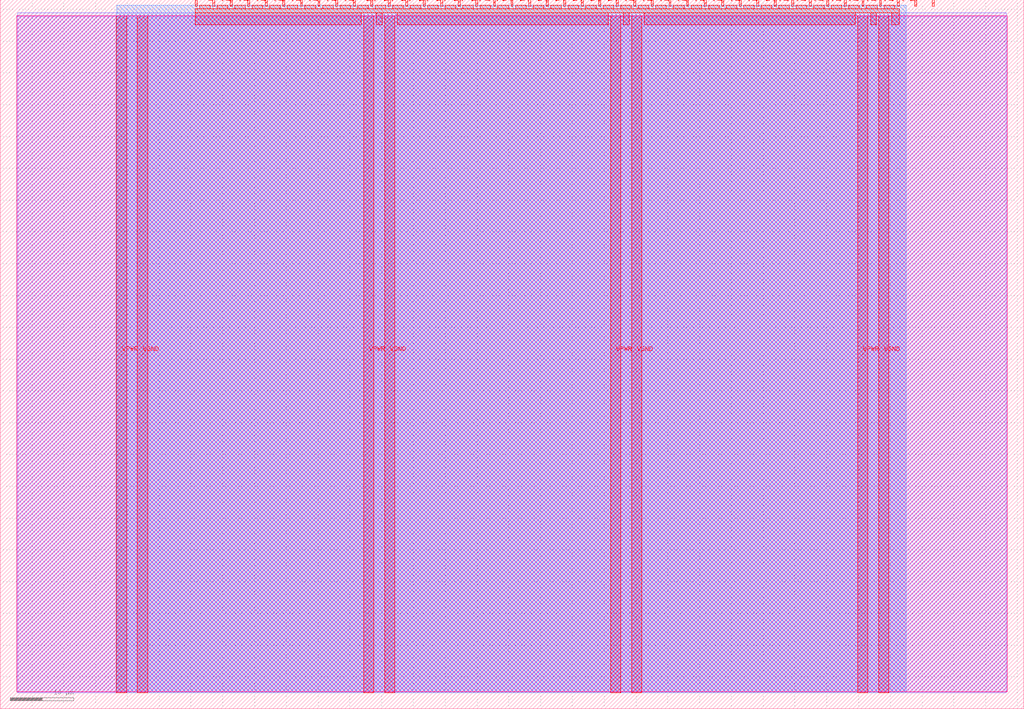
<source format=lef>
VERSION 5.7 ;
  NOWIREEXTENSIONATPIN ON ;
  DIVIDERCHAR "/" ;
  BUSBITCHARS "[]" ;
MACRO tt_um_wokwi_422960332734617601
  CLASS BLOCK ;
  FOREIGN tt_um_wokwi_422960332734617601 ;
  ORIGIN 0.000 0.000 ;
  SIZE 161.000 BY 111.520 ;
  PIN VGND
    DIRECTION INOUT ;
    USE GROUND ;
    PORT
      LAYER met4 ;
        RECT 21.580 2.480 23.180 109.040 ;
    END
    PORT
      LAYER met4 ;
        RECT 60.450 2.480 62.050 109.040 ;
    END
    PORT
      LAYER met4 ;
        RECT 99.320 2.480 100.920 109.040 ;
    END
    PORT
      LAYER met4 ;
        RECT 138.190 2.480 139.790 109.040 ;
    END
  END VGND
  PIN VPWR
    DIRECTION INOUT ;
    USE POWER ;
    PORT
      LAYER met4 ;
        RECT 18.280 2.480 19.880 109.040 ;
    END
    PORT
      LAYER met4 ;
        RECT 57.150 2.480 58.750 109.040 ;
    END
    PORT
      LAYER met4 ;
        RECT 96.020 2.480 97.620 109.040 ;
    END
    PORT
      LAYER met4 ;
        RECT 134.890 2.480 136.490 109.040 ;
    END
  END VPWR
  PIN clk
    DIRECTION INPUT ;
    USE SIGNAL ;
    PORT
      LAYER met4 ;
        RECT 143.830 110.520 144.130 111.520 ;
    END
  END clk
  PIN ena
    DIRECTION INPUT ;
    USE SIGNAL ;
    PORT
      LAYER met4 ;
        RECT 146.590 110.520 146.890 111.520 ;
    END
  END ena
  PIN rst_n
    DIRECTION INPUT ;
    USE SIGNAL ;
    ANTENNAGATEAREA 0.196500 ;
    PORT
      LAYER met4 ;
        RECT 141.070 110.520 141.370 111.520 ;
    END
  END rst_n
  PIN ui_in[0]
    DIRECTION INPUT ;
    USE SIGNAL ;
    ANTENNAGATEAREA 0.196500 ;
    PORT
      LAYER met4 ;
        RECT 138.310 110.520 138.610 111.520 ;
    END
  END ui_in[0]
  PIN ui_in[1]
    DIRECTION INPUT ;
    USE SIGNAL ;
    ANTENNAGATEAREA 0.196500 ;
    PORT
      LAYER met4 ;
        RECT 135.550 110.520 135.850 111.520 ;
    END
  END ui_in[1]
  PIN ui_in[2]
    DIRECTION INPUT ;
    USE SIGNAL ;
    ANTENNAGATEAREA 0.196500 ;
    PORT
      LAYER met4 ;
        RECT 132.790 110.520 133.090 111.520 ;
    END
  END ui_in[2]
  PIN ui_in[3]
    DIRECTION INPUT ;
    USE SIGNAL ;
    ANTENNAGATEAREA 0.196500 ;
    PORT
      LAYER met4 ;
        RECT 130.030 110.520 130.330 111.520 ;
    END
  END ui_in[3]
  PIN ui_in[4]
    DIRECTION INPUT ;
    USE SIGNAL ;
    ANTENNAGATEAREA 0.159000 ;
    PORT
      LAYER met4 ;
        RECT 127.270 110.520 127.570 111.520 ;
    END
  END ui_in[4]
  PIN ui_in[5]
    DIRECTION INPUT ;
    USE SIGNAL ;
    ANTENNAGATEAREA 0.196500 ;
    PORT
      LAYER met4 ;
        RECT 124.510 110.520 124.810 111.520 ;
    END
  END ui_in[5]
  PIN ui_in[6]
    DIRECTION INPUT ;
    USE SIGNAL ;
    ANTENNAGATEAREA 0.196500 ;
    PORT
      LAYER met4 ;
        RECT 121.750 110.520 122.050 111.520 ;
    END
  END ui_in[6]
  PIN ui_in[7]
    DIRECTION INPUT ;
    USE SIGNAL ;
    PORT
      LAYER met4 ;
        RECT 118.990 110.520 119.290 111.520 ;
    END
  END ui_in[7]
  PIN uio_in[0]
    DIRECTION INPUT ;
    USE SIGNAL ;
    PORT
      LAYER met4 ;
        RECT 116.230 110.520 116.530 111.520 ;
    END
  END uio_in[0]
  PIN uio_in[1]
    DIRECTION INPUT ;
    USE SIGNAL ;
    PORT
      LAYER met4 ;
        RECT 113.470 110.520 113.770 111.520 ;
    END
  END uio_in[1]
  PIN uio_in[2]
    DIRECTION INPUT ;
    USE SIGNAL ;
    PORT
      LAYER met4 ;
        RECT 110.710 110.520 111.010 111.520 ;
    END
  END uio_in[2]
  PIN uio_in[3]
    DIRECTION INPUT ;
    USE SIGNAL ;
    PORT
      LAYER met4 ;
        RECT 107.950 110.520 108.250 111.520 ;
    END
  END uio_in[3]
  PIN uio_in[4]
    DIRECTION INPUT ;
    USE SIGNAL ;
    PORT
      LAYER met4 ;
        RECT 105.190 110.520 105.490 111.520 ;
    END
  END uio_in[4]
  PIN uio_in[5]
    DIRECTION INPUT ;
    USE SIGNAL ;
    PORT
      LAYER met4 ;
        RECT 102.430 110.520 102.730 111.520 ;
    END
  END uio_in[5]
  PIN uio_in[6]
    DIRECTION INPUT ;
    USE SIGNAL ;
    PORT
      LAYER met4 ;
        RECT 99.670 110.520 99.970 111.520 ;
    END
  END uio_in[6]
  PIN uio_in[7]
    DIRECTION INPUT ;
    USE SIGNAL ;
    PORT
      LAYER met4 ;
        RECT 96.910 110.520 97.210 111.520 ;
    END
  END uio_in[7]
  PIN uio_oe[0]
    DIRECTION OUTPUT ;
    USE SIGNAL ;
    PORT
      LAYER met4 ;
        RECT 49.990 110.520 50.290 111.520 ;
    END
  END uio_oe[0]
  PIN uio_oe[1]
    DIRECTION OUTPUT ;
    USE SIGNAL ;
    PORT
      LAYER met4 ;
        RECT 47.230 110.520 47.530 111.520 ;
    END
  END uio_oe[1]
  PIN uio_oe[2]
    DIRECTION OUTPUT ;
    USE SIGNAL ;
    PORT
      LAYER met4 ;
        RECT 44.470 110.520 44.770 111.520 ;
    END
  END uio_oe[2]
  PIN uio_oe[3]
    DIRECTION OUTPUT ;
    USE SIGNAL ;
    PORT
      LAYER met4 ;
        RECT 41.710 110.520 42.010 111.520 ;
    END
  END uio_oe[3]
  PIN uio_oe[4]
    DIRECTION OUTPUT ;
    USE SIGNAL ;
    PORT
      LAYER met4 ;
        RECT 38.950 110.520 39.250 111.520 ;
    END
  END uio_oe[4]
  PIN uio_oe[5]
    DIRECTION OUTPUT ;
    USE SIGNAL ;
    PORT
      LAYER met4 ;
        RECT 36.190 110.520 36.490 111.520 ;
    END
  END uio_oe[5]
  PIN uio_oe[6]
    DIRECTION OUTPUT ;
    USE SIGNAL ;
    PORT
      LAYER met4 ;
        RECT 33.430 110.520 33.730 111.520 ;
    END
  END uio_oe[6]
  PIN uio_oe[7]
    DIRECTION OUTPUT ;
    USE SIGNAL ;
    PORT
      LAYER met4 ;
        RECT 30.670 110.520 30.970 111.520 ;
    END
  END uio_oe[7]
  PIN uio_out[0]
    DIRECTION OUTPUT ;
    USE SIGNAL ;
    PORT
      LAYER met4 ;
        RECT 72.070 110.520 72.370 111.520 ;
    END
  END uio_out[0]
  PIN uio_out[1]
    DIRECTION OUTPUT ;
    USE SIGNAL ;
    PORT
      LAYER met4 ;
        RECT 69.310 110.520 69.610 111.520 ;
    END
  END uio_out[1]
  PIN uio_out[2]
    DIRECTION OUTPUT ;
    USE SIGNAL ;
    PORT
      LAYER met4 ;
        RECT 66.550 110.520 66.850 111.520 ;
    END
  END uio_out[2]
  PIN uio_out[3]
    DIRECTION OUTPUT ;
    USE SIGNAL ;
    PORT
      LAYER met4 ;
        RECT 63.790 110.520 64.090 111.520 ;
    END
  END uio_out[3]
  PIN uio_out[4]
    DIRECTION OUTPUT ;
    USE SIGNAL ;
    PORT
      LAYER met4 ;
        RECT 61.030 110.520 61.330 111.520 ;
    END
  END uio_out[4]
  PIN uio_out[5]
    DIRECTION OUTPUT ;
    USE SIGNAL ;
    PORT
      LAYER met4 ;
        RECT 58.270 110.520 58.570 111.520 ;
    END
  END uio_out[5]
  PIN uio_out[6]
    DIRECTION OUTPUT ;
    USE SIGNAL ;
    PORT
      LAYER met4 ;
        RECT 55.510 110.520 55.810 111.520 ;
    END
  END uio_out[6]
  PIN uio_out[7]
    DIRECTION OUTPUT ;
    USE SIGNAL ;
    PORT
      LAYER met4 ;
        RECT 52.750 110.520 53.050 111.520 ;
    END
  END uio_out[7]
  PIN uo_out[0]
    DIRECTION OUTPUT ;
    USE SIGNAL ;
    ANTENNADIFFAREA 0.445500 ;
    PORT
      LAYER met4 ;
        RECT 94.150 110.520 94.450 111.520 ;
    END
  END uo_out[0]
  PIN uo_out[1]
    DIRECTION OUTPUT ;
    USE SIGNAL ;
    ANTENNADIFFAREA 0.795200 ;
    PORT
      LAYER met4 ;
        RECT 91.390 110.520 91.690 111.520 ;
    END
  END uo_out[1]
  PIN uo_out[2]
    DIRECTION OUTPUT ;
    USE SIGNAL ;
    ANTENNADIFFAREA 0.445500 ;
    PORT
      LAYER met4 ;
        RECT 88.630 110.520 88.930 111.520 ;
    END
  END uo_out[2]
  PIN uo_out[3]
    DIRECTION OUTPUT ;
    USE SIGNAL ;
    PORT
      LAYER met4 ;
        RECT 85.870 110.520 86.170 111.520 ;
    END
  END uo_out[3]
  PIN uo_out[4]
    DIRECTION OUTPUT ;
    USE SIGNAL ;
    ANTENNADIFFAREA 0.445500 ;
    PORT
      LAYER met4 ;
        RECT 83.110 110.520 83.410 111.520 ;
    END
  END uo_out[4]
  PIN uo_out[5]
    DIRECTION OUTPUT ;
    USE SIGNAL ;
    ANTENNADIFFAREA 0.445500 ;
    PORT
      LAYER met4 ;
        RECT 80.350 110.520 80.650 111.520 ;
    END
  END uo_out[5]
  PIN uo_out[6]
    DIRECTION OUTPUT ;
    USE SIGNAL ;
    ANTENNADIFFAREA 0.795200 ;
    PORT
      LAYER met4 ;
        RECT 77.590 110.520 77.890 111.520 ;
    END
  END uo_out[6]
  PIN uo_out[7]
    DIRECTION OUTPUT ;
    USE SIGNAL ;
    PORT
      LAYER met4 ;
        RECT 74.830 110.520 75.130 111.520 ;
    END
  END uo_out[7]
  OBS
      LAYER nwell ;
        RECT 2.570 2.635 158.430 108.990 ;
      LAYER li1 ;
        RECT 2.760 2.635 158.240 108.885 ;
      LAYER met1 ;
        RECT 2.760 2.480 158.240 109.440 ;
      LAYER met2 ;
        RECT 18.310 2.535 142.510 110.685 ;
      LAYER met3 ;
        RECT 18.290 2.555 142.535 110.665 ;
      LAYER met4 ;
        RECT 31.370 110.120 33.030 110.665 ;
        RECT 34.130 110.120 35.790 110.665 ;
        RECT 36.890 110.120 38.550 110.665 ;
        RECT 39.650 110.120 41.310 110.665 ;
        RECT 42.410 110.120 44.070 110.665 ;
        RECT 45.170 110.120 46.830 110.665 ;
        RECT 47.930 110.120 49.590 110.665 ;
        RECT 50.690 110.120 52.350 110.665 ;
        RECT 53.450 110.120 55.110 110.665 ;
        RECT 56.210 110.120 57.870 110.665 ;
        RECT 58.970 110.120 60.630 110.665 ;
        RECT 61.730 110.120 63.390 110.665 ;
        RECT 64.490 110.120 66.150 110.665 ;
        RECT 67.250 110.120 68.910 110.665 ;
        RECT 70.010 110.120 71.670 110.665 ;
        RECT 72.770 110.120 74.430 110.665 ;
        RECT 75.530 110.120 77.190 110.665 ;
        RECT 78.290 110.120 79.950 110.665 ;
        RECT 81.050 110.120 82.710 110.665 ;
        RECT 83.810 110.120 85.470 110.665 ;
        RECT 86.570 110.120 88.230 110.665 ;
        RECT 89.330 110.120 90.990 110.665 ;
        RECT 92.090 110.120 93.750 110.665 ;
        RECT 94.850 110.120 96.510 110.665 ;
        RECT 97.610 110.120 99.270 110.665 ;
        RECT 100.370 110.120 102.030 110.665 ;
        RECT 103.130 110.120 104.790 110.665 ;
        RECT 105.890 110.120 107.550 110.665 ;
        RECT 108.650 110.120 110.310 110.665 ;
        RECT 111.410 110.120 113.070 110.665 ;
        RECT 114.170 110.120 115.830 110.665 ;
        RECT 116.930 110.120 118.590 110.665 ;
        RECT 119.690 110.120 121.350 110.665 ;
        RECT 122.450 110.120 124.110 110.665 ;
        RECT 125.210 110.120 126.870 110.665 ;
        RECT 127.970 110.120 129.630 110.665 ;
        RECT 130.730 110.120 132.390 110.665 ;
        RECT 133.490 110.120 135.150 110.665 ;
        RECT 136.250 110.120 137.910 110.665 ;
        RECT 139.010 110.120 140.670 110.665 ;
        RECT 30.655 109.440 141.385 110.120 ;
        RECT 30.655 107.615 56.750 109.440 ;
        RECT 59.150 107.615 60.050 109.440 ;
        RECT 62.450 107.615 95.620 109.440 ;
        RECT 98.020 107.615 98.920 109.440 ;
        RECT 101.320 107.615 134.490 109.440 ;
        RECT 136.890 107.615 137.790 109.440 ;
        RECT 140.190 107.615 141.385 109.440 ;
  END
END tt_um_wokwi_422960332734617601
END LIBRARY


</source>
